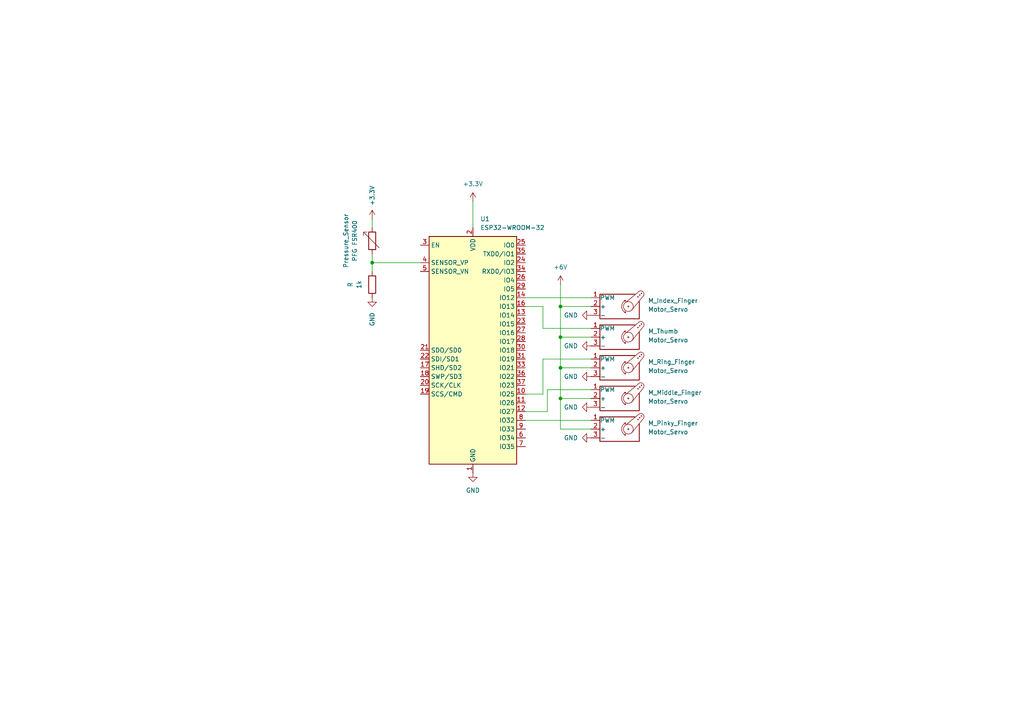
<source format=kicad_sch>
(kicad_sch (version 20250114) (generator "eeschema") (generator_version "9.0")
  (paper "A4")
  (lib_symbols
    (symbol "Device:R" (pin_numbers (hide yes)) (pin_names (offset 0))
      (property "Reference" "R" (at 2.032 0 90))
      (property "Value" "R" (at 0 0 90))
      (symbol "R_0_1"
        (rectangle (start -1.016 -2.54) (end 1.016 2.54) (stroke (width 0.254)))
      )
      (symbol "R_1_1"
        (pin passive line (at 0 3.81 270) (length 1.27) (name "~") (number "1"))
        (pin passive line (at 0 -3.81 90) (length 1.27) (name "~") (number "2"))
      )
    )
    (symbol "Device:R_Variable" (pin_numbers (hide yes)) (pin_names (offset 0))
      (property "Reference" "R" (at 2.54 -2.54 90))
      (property "Value" "R_Variable" (at -2.54 -1.27 90))
      (symbol "R_Variable_0_1"
        (rectangle (start -1.016 -2.54) (end 1.016 2.54) (stroke (width 0.254)))
        (polyline (pts (xy 2.54 1.524) (xy 2.54 2.54) (xy 1.524 2.54) (xy 2.54 2.54) (xy -2.032 -2.032)))
      )
      (symbol "R_Variable_1_1"
        (pin passive line (at 0 3.81 270) (length 1.27) (name "~") (number "1"))
        (pin passive line (at 0 -3.81 90) (length 1.27) (name "~") (number "2"))
      )
    )
    (symbol "Motor:Motor_Servo" (pin_names (offset 0.0254))
      (property "Reference" "M" (at -5.08 4.445 0))
      (property "Value" "Motor_Servo" (at -5.08 -4.064 0))
      (symbol "Motor_Servo_0_1"
        (polyline (pts (xy 2.413 1.778) (xy 1.905 1.778)))
        (polyline (pts (xy 2.413 1.778) (xy 2.286 1.397)))
        (polyline (pts (xy 2.413 -1.778) (xy 2.032 -1.778)))
        (polyline (pts (xy 2.413 -1.778) (xy 2.286 -1.397)))
        (arc (start 2.413 -1.778) (mid 1.2406 0) (end 2.413 1.778))
        (circle (center 3.175 0) (radius 0.1778))
        (circle (center 3.175 0) (radius 1.4224))
        (polyline (pts (xy 5.08 3.556) (xy -5.08 3.556) (xy -5.08 -3.556) (xy 6.35 -3.556) (xy 6.35 1.524)) (stroke (width 0.254)))
        (circle (center 5.969 2.794) (radius 0.127))
        (polyline (pts (xy 6.35 4.445) (xy 2.54 1.27)))
        (circle (center 6.477 3.302) (radius 0.127))
        (arc (start 6.35 4.445) (mid 7.4487 4.2737) (end 7.62 3.175))
        (circle (center 6.985 3.81) (radius 0.127))
        (polyline (pts (xy 7.62 3.175) (xy 4.191 -1.016)))
      )
      (symbol "Motor_Servo_1_1"
        (pin passive line (at -7.62 2.54 0) (length 2.54) (name "PWM") (number "1"))
        (pin passive line (at -7.62 0 0) (length 2.54) (name "+") (number "2"))
        (pin passive line (at -7.62 -2.54 0) (length 2.54) (name "-") (number "3"))
      )
    )
    (symbol "RF_Module:ESP32-WROOM-32"
      (property "Reference" "U" (at -12.7 34.29 0))
      (property "Value" "ESP32-WROOM-32" (at 1.27 34.29 0))
      (symbol "ESP32-WROOM-32_0_1"
        (rectangle (start -12.7 33.02) (end 12.7 -33.02) (stroke (width 0.254)) (fill (type background)))
      )
      (symbol "ESP32-WROOM-32_1_1"
        (pin input line (at -15.24 30.48 0) (length 2.54) (name "EN") (number "3"))
        (pin input line (at -15.24 25.4 0) (length 2.54) (name "SENSOR_VP") (number "4"))
        (pin input line (at -15.24 22.86 0) (length 2.54) (name "SENSOR_VN") (number "5"))
        (pin bidirectional line (at -15.24 0 0) (length 2.54) (name "SDO/SD0") (number "21"))
        (pin bidirectional line (at -15.24 -2.54 0) (length 2.54) (name "SDI/SD1") (number "22"))
        (pin bidirectional line (at -15.24 -5.08 0) (length 2.54) (name "SHD/SD2") (number "17"))
        (pin bidirectional line (at -15.24 -7.62 0) (length 2.54) (name "SWP/SD3") (number "18"))
        (pin bidirectional line (at -15.24 -10.16 0) (length 2.54) (name "SCK/CLK") (number "20"))
        (pin bidirectional line (at -15.24 -12.7 0) (length 2.54) (name "SCS/CMD") (number "19"))
        (pin no_connect line (at -12.7 -27.94 0) (length 2.54) (hide yes) (name "NC") (number "32"))
        (pin power_in line (at 0 35.56 270) (length 2.54) (name "VDD") (number "2"))
        (pin power_in line (at 0 -35.56 90) (length 2.54) (name "GND") (number "1"))
        (pin passive line (at 0 -35.56 90) (length 2.54) (hide yes) (name "GND") (number "15"))
        (pin passive line (at 0 -35.56 90) (length 2.54) (hide yes) (name "GND") (number "38"))
        (pin passive line (at 0 -35.56 90) (length 2.54) (hide yes) (name "GND") (number "39"))
        (pin bidirectional line (at 15.24 30.48 180) (length 2.54) (name "IO0") (number "25"))
        (pin bidirectional line (at 15.24 27.94 180) (length 2.54) (name "TXD0/IO1") (number "35"))
        (pin bidirectional line (at 15.24 25.4 180) (length 2.54) (name "IO2") (number "24"))
        (pin bidirectional line (at 15.24 22.86 180) (length 2.54) (name "RXD0/IO3") (number "34"))
        (pin bidirectional line (at 15.24 20.32 180) (length 2.54) (name "IO4") (number "26"))
        (pin bidirectional line (at 15.24 17.78 180) (length 2.54) (name "IO5") (number "29"))
        (pin bidirectional line (at 15.24 15.24 180) (length 2.54) (name "IO12") (number "14"))
        (pin bidirectional line (at 15.24 12.7 180) (length 2.54) (name "IO13") (number "16"))
        (pin bidirectional line (at 15.24 10.16 180) (length 2.54) (name "IO14") (number "13"))
        (pin bidirectional line (at 15.24 7.62 180) (length 2.54) (name "IO15") (number "23"))
        (pin bidirectional line (at 15.24 5.08 180) (length 2.54) (name "IO16") (number "27"))
        (pin bidirectional line (at 15.24 2.54 180) (length 2.54) (name "IO17") (number "28"))
        (pin bidirectional line (at 15.24 0 180) (length 2.54) (name "IO18") (number "30"))
        (pin bidirectional line (at 15.24 -2.54 180) (length 2.54) (name "IO19") (number "31"))
        (pin bidirectional line (at 15.24 -5.08 180) (length 2.54) (name "IO21") (number "33"))
        (pin bidirectional line (at 15.24 -7.62 180) (length 2.54) (name "IO22") (number "36"))
        (pin bidirectional line (at 15.24 -10.16 180) (length 2.54) (name "IO23") (number "37"))
        (pin bidirectional line (at 15.24 -12.7 180) (length 2.54) (name "IO25") (number "10"))
        (pin bidirectional line (at 15.24 -15.24 180) (length 2.54) (name "IO26") (number "11"))
        (pin bidirectional line (at 15.24 -17.78 180) (length 2.54) (name "IO27") (number "12"))
        (pin bidirectional line (at 15.24 -20.32 180) (length 2.54) (name "IO32") (number "8"))
        (pin bidirectional line (at 15.24 -22.86 180) (length 2.54) (name "IO33") (number "9"))
        (pin input line (at 15.24 -25.4 180) (length 2.54) (name "IO34") (number "6"))
        (pin input line (at 15.24 -27.94 180) (length 2.54) (name "IO35") (number "7"))
      )
    )
    (symbol "power:+3.3V" (power) (pin_numbers (hide yes)) (pin_names (offset 0) (hide yes))
      (property "Value" "+3.3V" (at 0 3.556 0))
      (symbol "+3.3V_0_1"
        (polyline (pts (xy -0.762 1.27) (xy 0 2.54)))
        (polyline (pts (xy 0 2.54) (xy 0.762 1.27)))
        (polyline (pts (xy 0 0) (xy 0 2.54)))
      )
      (symbol "+3.3V_1_1"
        (pin power_in line (at 0 0 90) (length 0) (name "~") (number "1"))
      )
    )
    (symbol "power:+6V" (power) (pin_numbers (hide yes)) (pin_names (offset 0) (hide yes))
      (property "Value" "+6V" (at 0 3.556 0))
      (symbol "+6V_0_1"
        (polyline (pts (xy -0.762 1.27) (xy 0 2.54)))
        (polyline (pts (xy 0 2.54) (xy 0.762 1.27)))
        (polyline (pts (xy 0 0) (xy 0 2.54)))
      )
      (symbol "+6V_1_1"
        (pin power_in line (at 0 0 90) (length 0) (name "~") (number "1"))
      )
    )
    (symbol "power:GND" (power) (pin_numbers (hide yes)) (pin_names (offset 0) (hide yes))
      (property "Value" "GND" (at 0 -3.81 0))
      (symbol "GND_0_1"
        (polyline (pts (xy 0 0) (xy 0 -1.27) (xy 1.27 -1.27) (xy 0 -2.54) (xy -1.27 -1.27) (xy 0 -1.27)))
      )
      (symbol "GND_1_1"
        (pin power_in line (at 0 0 270) (length 0) (name "~") (number "1"))
      )
    )
  )
  (junction (at 107.95 76.2))
  (junction (at 162.56 115.57))
  (junction (at 162.56 106.68))
  (junction (at 162.56 88.9))
  (junction (at 162.56 97.79))
  (wire (pts (xy 107.95 76.2) (xy 107.95 78.74)))
  (wire (pts (xy 162.56 97.79) (xy 171.45 97.79)))
  (wire (pts (xy 107.95 73.66) (xy 107.95 76.2)))
  (wire (pts (xy 162.56 106.68) (xy 162.56 115.57)))
  (wire (pts (xy 171.45 104.14) (xy 157.48 104.14)))
  (wire (pts (xy 158.75 113.03) (xy 158.75 119.38)))
  (wire (pts (xy 162.56 82.55) (xy 162.56 88.9)))
  (wire (pts (xy 162.56 88.9) (xy 171.45 88.9)))
  (wire (pts (xy 162.56 115.57) (xy 171.45 115.57)))
  (wire (pts (xy 157.48 114.3) (xy 152.4 114.3)))
  (wire (pts (xy 162.56 88.9) (xy 162.56 97.79)))
  (wire (pts (xy 162.56 124.46) (xy 171.45 124.46)))
  (wire (pts (xy 137.16 58.42) (xy 137.16 66.04)))
  (wire (pts (xy 157.48 95.25) (xy 157.48 88.9)))
  (wire (pts (xy 157.48 104.14) (xy 157.48 114.3)))
  (wire (pts (xy 158.75 119.38) (xy 152.4 119.38)))
  (wire (pts (xy 162.56 106.68) (xy 171.45 106.68)))
  (wire (pts (xy 162.56 115.57) (xy 162.56 124.46)))
  (wire (pts (xy 152.4 121.92) (xy 171.45 121.92)))
  (wire (pts (xy 157.48 88.9) (xy 152.4 88.9)))
  (wire (pts (xy 152.4 86.36) (xy 171.45 86.36)))
  (wire (pts (xy 107.95 76.2) (xy 121.92 76.2)))
  (wire (pts (xy 171.45 113.03) (xy 158.75 113.03)))
  (wire (pts (xy 107.95 63.5) (xy 107.95 66.04)))
  (wire (pts (xy 171.45 95.25) (xy 157.48 95.25)))
  (wire (pts (xy 162.56 97.79) (xy 162.56 106.68)))
  (symbol (lib_id "RF_Module:ESP32-WROOM-32") (at 137.16 101.6 0) (unit 1)
    (property "Reference" "U1" (at 139.3033 63.5 0) (effects (justify left)))
    (property "Value" "ESP32-WROOM-32" (at 139.3033 66.04 0) (effects (justify left)))
    (property "Footprint" "RF_Module:ESP32-WROOM-32" (effects (hide yes)))
    (property "Datasheet" "https://www.espressif.com/sites/default/files/documentation/esp32-wroom-32_datasheet_en.pdf" (effects (hide yes)))
    (property "Description" "RF Module, ESP32-D0WDQ6 SoC, Wi-Fi 802.11b/g/n, Bluetooth, BLE, 32-bit, 2.7-3.6V, onboard antenna, SMD" (effects (hide yes)))
  )
  (symbol (lib_id "power:GND") (at 171.45 100.33 270) (unit 1)
    (property "Reference" "#PWR06" (effects (hide yes)))
    (property "Value" "GND" (at 167.64 100.3299 90) (effects (justify right)))
    (property "Description" "Power symbol creates a global label with name \"GND\" , ground" (effects (hide yes)))
  )
  (symbol (lib_id "power:GND") (at 171.45 127 270) (unit 1)
    (property "Reference" "#PWR03" (effects (hide yes)))
    (property "Value" "GND" (at 167.64 126.9999 90) (effects (justify right)))
    (property "Description" "Power symbol creates a global label with name \"GND\" , ground" (effects (hide yes)))
  )
  (symbol (lib_id "power:+3.3V") (at 107.95 63.5 0) (mirror y) (unit 1)
    (property "Reference" "#PWR010" (effects (hide yes)))
    (property "Value" "+3.3V" (at 107.9499 59.69 90) (effects (justify left)))
    (property "Description" "Power symbol creates a global label with name \"+3.3V\"" (effects (hide yes)))
  )
  (symbol (lib_id "power:+3.3V") (at 137.16 58.42 0) (unit 1)
    (property "Reference" "#PWR08" (effects (hide yes)))
    (property "Value" "+3.3V" (at 137.16 53.34 0))
    (property "Description" "Power symbol creates a global label with name \"+3.3V\"" (effects (hide yes)))
  )
  (symbol (lib_id "power:GND") (at 171.45 109.22 270) (unit 1)
    (property "Reference" "#PWR05" (effects (hide yes)))
    (property "Value" "GND" (at 167.64 109.2199 90) (effects (justify right)))
    (property "Description" "Power symbol creates a global label with name \"GND\" , ground" (effects (hide yes)))
  )
  (symbol (lib_id "Device:R") (at 107.95 82.55 0) (mirror y) (unit 1)
    (property "Reference" "R" (at 101.6 82.55 90))
    (property "Value" "1k" (at 104.14 82.55 90))
    (property "Description" "Resistor" (effects (hide yes)))
  )
  (symbol (lib_id "power:GND") (at 171.45 118.11 270) (unit 1)
    (property "Reference" "#PWR04" (effects (hide yes)))
    (property "Value" "GND" (at 167.64 118.1099 90) (effects (justify right)))
    (property "Description" "Power symbol creates a global label with name \"GND\" , ground" (effects (hide yes)))
  )
  (symbol (lib_id "power:GND") (at 171.45 91.44 270) (unit 1)
    (property "Reference" "#PWR07" (effects (hide yes)))
    (property "Value" "GND" (at 167.64 91.4399 90) (effects (justify right)))
    (property "Description" "Power symbol creates a global label with name \"GND\" , ground" (effects (hide yes)))
  )
  (symbol (lib_id "Device:R_Variable") (at 107.95 69.85 0) (mirror y) (unit 1)
    (property "Reference" "Pressure_Sensor" (at 100.33 69.85 90))
    (property "Value" "PFG FSR400" (at 102.87 69.85 90))
    (property "Description" "Variable resistor" (effects (hide yes)))
  )
  (symbol (lib_id "Motor:Motor_Servo") (at 179.07 88.9 0) (unit 1)
    (property "Reference" "M_Index_Finger" (at 187.96 87.1968 0) (effects (justify left)))
    (property "Value" "Motor_Servo" (at 187.96 89.7368 0) (effects (justify left)))
    (property "Datasheet" "http://forums.parallax.com/uploads/attachments/46831/74481.png" (effects (hide yes)))
    (property "Description" "Servo Motor (Futaba, HiTec, JR connector)" (effects (hide yes)))
  )
  (symbol (lib_id "Motor:Motor_Servo") (at 179.07 115.57 0) (unit 1)
    (property "Reference" "M_Middle_Finger" (at 187.96 113.8668 0) (effects (justify left)))
    (property "Value" "Motor_Servo" (at 187.96 116.4068 0) (effects (justify left)))
    (property "Datasheet" "http://forums.parallax.com/uploads/attachments/46831/74481.png" (effects (hide yes)))
    (property "Description" "Servo Motor (Futaba, HiTec, JR connector)" (effects (hide yes)))
  )
  (symbol (lib_id "power:GND") (at 107.95 86.36 0) (mirror y) (unit 1)
    (property "Reference" "#PWR09" (effects (hide yes)))
    (property "Value" "GND" (at 107.9499 90.5741 90) (effects (justify right)))
    (property "Description" "Power symbol creates a global label with name \"GND\" , ground" (effects (hide yes)))
  )
  (symbol (lib_id "power:+6V") (at 162.56 82.55 0) (unit 1)
    (property "Reference" "#PWR01" (effects (hide yes)))
    (property "Value" "+6V" (at 162.56 77.47 0))
    (property "Description" "Power symbol creates a global label with name \"+6V\"" (effects (hide yes)))
  )
  (symbol (lib_id "Motor:Motor_Servo") (at 179.07 97.79 0) (unit 1)
    (property "Reference" "M_Thumb" (at 187.96 96.0868 0) (effects (justify left)))
    (property "Value" "Motor_Servo" (at 187.96 98.6268 0) (effects (justify left)))
    (property "Datasheet" "http://forums.parallax.com/uploads/attachments/46831/74481.png" (effects (hide yes)))
    (property "Description" "Servo Motor (Futaba, HiTec, JR connector)" (effects (hide yes)))
  )
  (symbol (lib_id "Motor:Motor_Servo") (at 179.07 106.68 0) (unit 1)
    (property "Reference" "M_Ring_Finger" (at 187.96 104.9768 0) (effects (justify left)))
    (property "Value" "Motor_Servo" (at 187.96 107.5168 0) (effects (justify left)))
    (property "Datasheet" "http://forums.parallax.com/uploads/attachments/46831/74481.png" (effects (hide yes)))
    (property "Description" "Servo Motor (Futaba, HiTec, JR connector)" (effects (hide yes)))
  )
  (symbol (lib_id "Motor:Motor_Servo") (at 179.07 124.46 0) (unit 1)
    (property "Reference" "M_Pinky_Finger" (at 187.96 122.7568 0) (effects (justify left)))
    (property "Value" "Motor_Servo" (at 187.96 125.2968 0) (effects (justify left)))
    (property "Datasheet" "http://forums.parallax.com/uploads/attachments/46831/74481.png" (effects (hide yes)))
    (property "Description" "Servo Motor (Futaba, HiTec, JR connector)" (effects (hide yes)))
  )
  (symbol (lib_id "power:GND") (at 137.16 137.16 0) (unit 1)
    (property "Reference" "#PWR02" (effects (hide yes)))
    (property "Value" "GND" (at 137.16 142.24 0))
    (property "Description" "Power symbol creates a global label with name \"GND\" , ground" (effects (hide yes)))
  )
)
</source>
